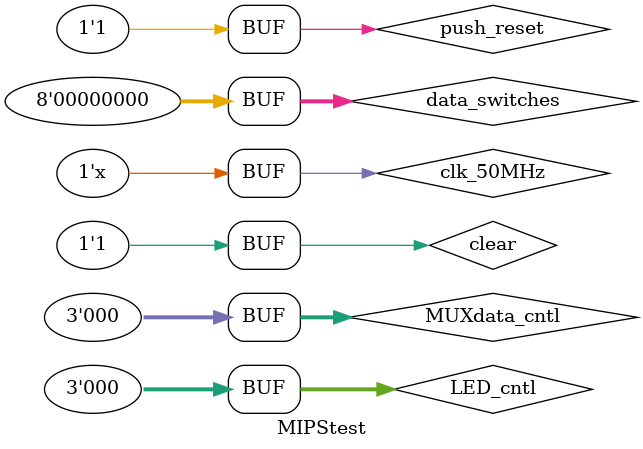
<source format=v>
`timescale 1ns / 1ps


module MIPStest;

	// Inputs
	reg clk_50MHz;
	reg push_clk;
	reg push_reset;
	reg clear;
	reg [2:0] LED_cntl;
	reg [2:0] MUXdata_cntl;
	reg [7:0] data_switches;

	// Outputs
	wire [7:0] Digilent_LEDS;
	wire [7:0] Beti_LEDS;
	wire [3:0] AN;
	wire [6:0] C;
	wire DP;

	// Instantiate the Unit Under Test (UUT)
	MIPStestsystem uut (
		.clk_50MHz(clk_50MHz), 
		.push_clk(push_clk), 
		.push_reset(push_reset), 
		.clear(clear), 
		.LED_cntl(LED_cntl), 
		.MUXdata_cntl(MUXdata_cntl), 
		.data_switches(data_switches), 
		.Digilent_LEDS(Digilent_LEDS), 
		.Beti_LEDS(Beti_LEDS), 
		.AN(AN), 
		.C(C), 
		.DP(DP)
	);

	initial begin
		// Initialize Inputs
		clk_50MHz = 0;
		push_clk = 0;
		push_reset = 0;
		clear = 0;
		LED_cntl = 0;
		MUXdata_cntl = 0;
		data_switches = 0;

		// Wait 100 ns for global reset to finish
		#10; push_reset = 1; clear = 1;
		#10; push_reset = 0; clear = 0;
		#10; push_reset = 1; clear = 1;
		
        
		// Add stimulus here

	end
	
	always
		#10 clk_50MHz = ~clk_50MHz;
		
	always @(posedge clk_50MHz) begin
		#5 push_clk = ~push_clk;
		#5 push_clk = ~push_clk;
	end
	
endmodule


</source>
